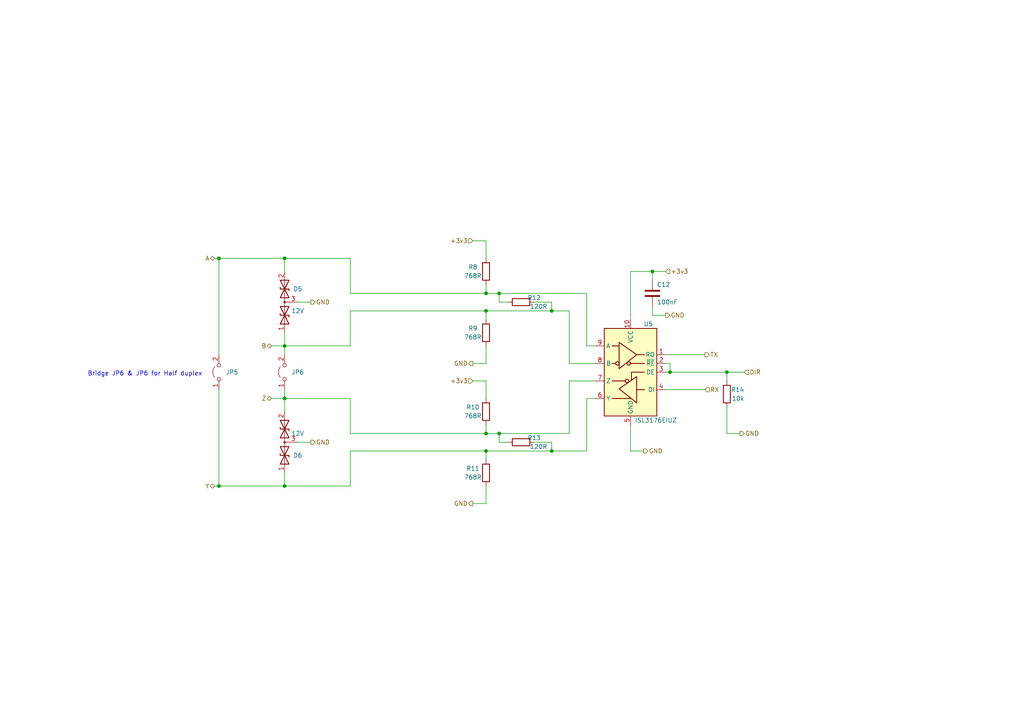
<source format=kicad_sch>
(kicad_sch (version 20230121) (generator eeschema)
  (paper "A4")
  (lib_symbols
    (symbol "Device:C" (pin_numbers hide) (pin_names (offset 0.254))
      (property "Reference" "C" (at 0.635 2.54 0))
      (property "Value" "C" (at 0.635 -2.54 0))
      (symbol "C_0_1"
        (polyline (pts (xy -2.032 -0.762) (xy 2.032 -0.762)) (stroke (width 0.508)))
        (polyline (pts (xy -2.032 0.762) (xy 2.032 0.762)) (stroke (width 0.508)))
      )
      (symbol "C_1_1"
        (pin passive line (at 0 3.81 270) (length 2.794) (name "~") (number "1"))
        (pin passive line (at 0 -3.81 90) (length 2.794) (name "~") (number "2"))
      )
    )
    (symbol "Device:D_TVS_Dual_AAC" (pin_names (offset 1.016) hide)
      (property "Reference" "D" (at 0 4.445 0))
      (property "Value" "D_TVS_Dual_AAC" (at 0 2.54 0))
      (symbol "D_TVS_Dual_AAC_0_0"
        (polyline (pts (xy 0 -1.27) (xy 0 0)))
      )
      (symbol "D_TVS_Dual_AAC_0_1"
        (polyline (pts (xy -6.35 0) (xy 6.35 0)))
        (polyline (pts (xy -3.302 1.27) (xy -3.81 1.27) (xy -3.81 -1.27) (xy -4.318 -1.27)) (stroke (width 0.254)))
        (polyline (pts (xy 4.318 1.27) (xy 3.81 1.27) (xy 3.81 -1.27) (xy 3.302 -1.27)) (stroke (width 0.254)))
        (polyline (pts (xy -6.35 1.27) (xy -1.27 -1.27) (xy -1.27 1.27) (xy -6.35 -1.27) (xy -6.35 1.27)) (stroke (width 0.254)))
        (polyline (pts (xy 6.35 1.27) (xy 1.27 -1.27) (xy 1.27 1.27) (xy 6.35 -1.27) (xy 6.35 1.27)) (stroke (width 0.254)))
        (circle (center 0 0) (radius 0.254) (fill (type outline)))
      )
      (symbol "D_TVS_Dual_AAC_1_1"
        (pin passive line (at -8.89 0 0) (length 2.54) (name "A1") (number "1"))
        (pin passive line (at 8.89 0 180) (length 2.54) (name "A2") (number "2"))
        (pin input line (at 0 -3.81 90) (length 2.54) (name "common") (number "3"))
      )
    )
    (symbol "Device:R" (pin_numbers hide) (pin_names (offset 0))
      (property "Reference" "R" (at 2.032 0 90))
      (property "Value" "R" (at 0 0 90))
      (symbol "R_0_1"
        (rectangle (start -1.016 -2.54) (end 1.016 2.54) (stroke (width 0.254)))
      )
      (symbol "R_1_1"
        (pin passive line (at 0 3.81 270) (length 1.27) (name "~") (number "1"))
        (pin passive line (at 0 -3.81 90) (length 1.27) (name "~") (number "2"))
      )
    )
    (symbol "Jumper:Jumper_2_Open" (pin_names (offset 0) hide)
      (property "Reference" "JP" (at 0 2.794 0))
      (property "Value" "Jumper_2_Open" (at 0 -2.286 0))
      (symbol "Jumper_2_Open_0_0"
        (circle (center -2.032 0) (radius 0.508))
        (circle (center 2.032 0) (radius 0.508))
      )
      (symbol "Jumper_2_Open_0_1"
        (arc (start 1.524 1.27) (mid 0 1.778) (end -1.524 1.27))
      )
      (symbol "Jumper_2_Open_1_1"
        (pin passive line (at -5.08 0 0) (length 2.54) (name "A") (number "1"))
        (pin passive line (at 5.08 0 180) (length 2.54) (name "B") (number "2"))
      )
    )
    (symbol "SensorAdapter:ISL3176EIUZ"
      (property "Reference" "U" (at 5.08 15.24 0))
      (property "Value" "ISL3176EIUZ" (at 8.89 -15.24 0))
      (symbol "ISL3176EIUZ_0_1"
        (rectangle (start -7.62 12.7) (end 7.62 -12.7) (stroke (width 0.254)) (fill (type background)))
        (polyline (pts (xy -4.064 2.54) (xy 0 2.54)) (stroke (width 0.254)))
        (polyline (pts (xy -1.778 -5.08) (xy -4.064 -5.08)) (stroke (width 0.254)))
        (polyline (pts (xy -1.778 5.08) (xy -4.064 5.08)) (stroke (width 0.254)))
        (polyline (pts (xy 0 -7.62) (xy 5.334 -7.62)) (stroke (width 0.254)))
        (polyline (pts (xy 1.524 -2.54) (xy 5.334 -2.54)) (stroke (width 0.254)))
        (polyline (pts (xy 3.302 7.62) (xy 5.334 7.62)) (stroke (width 0.254)))
        (polyline (pts (xy 4.318 2.54) (xy 5.334 2.54)) (stroke (width 0.254)))
        (polyline (pts (xy -4.064 0) (xy -0.254 0) (xy -0.254 -2.286)) (stroke (width 0.254)))
        (polyline (pts (xy -1.778 -5.08) (xy -1.778 -1.27) (xy 3.302 -4.826) (xy -1.778 -8.89) (xy -1.778 -5.08)) (stroke (width 0.254)))
        (circle (center 1.016 -2.54) (radius 0.508) (stroke (width 0.254)))
      )
      (symbol "ISL3176EIUZ_1_1"
        (polyline (pts (xy 3.302 4.826) (xy 3.302 8.636) (xy -1.778 5.08) (xy 3.302 1.016) (xy 3.302 4.826)) (stroke (width 0.254)))
        (circle (center 0.508 2.54) (radius 0.508) (stroke (width 0.254)))
        (circle (center 3.81 2.54) (radius 0.508) (stroke (width 0.254)))
        (pin output line (at -10.16 5.08 0) (length 2.54) (name "RO") (number "1"))
        (pin power_in line (at 0 15.24 270) (length 2.54) (name "VCC") (number "10"))
        (pin input line (at -10.16 2.54 0) (length 2.54) (name "~{RE}") (number "2"))
        (pin input line (at -10.16 0 0) (length 2.54) (name "DE") (number "3"))
        (pin input line (at -10.16 -5.08 0) (length 2.54) (name "DI") (number "4"))
        (pin power_in line (at 0 -15.24 90) (length 2.54) (name "GND") (number "5"))
        (pin output line (at 10.16 -7.62 180) (length 2.54) (name "Y") (number "6"))
        (pin output line (at 10.16 -2.54 180) (length 2.54) (name "Z") (number "7"))
        (pin input line (at 10.16 2.54 180) (length 2.54) (name "B") (number "8"))
        (pin input line (at 10.16 7.62 180) (length 2.54) (name "A") (number "9"))
      )
    )
  )
  (junction (at 82.55 74.93))
  (junction (at 63.5 74.93))
  (junction (at 140.97 130.81))
  (junction (at 160.02 90.17))
  (junction (at 82.55 140.97))
  (junction (at 140.97 85.09))
  (junction (at 210.82 107.95))
  (junction (at 140.97 90.17))
  (junction (at 63.5 140.97))
  (junction (at 194.31 107.95))
  (junction (at 82.55 100.33))
  (junction (at 144.78 125.73))
  (junction (at 144.78 85.09))
  (junction (at 140.97 125.73))
  (junction (at 160.02 130.81))
  (junction (at 82.55 115.57))
  (junction (at 189.23 78.74))
  (wire (pts (xy 140.97 90.17) (xy 160.02 90.17)))
  (wire (pts (xy 210.82 118.11) (xy 210.82 125.73)))
  (wire (pts (xy 140.97 90.17) (xy 140.97 92.71)))
  (wire (pts (xy 160.02 87.63) (xy 160.02 90.17)))
  (wire (pts (xy 63.5 74.93) (xy 82.55 74.93)))
  (wire (pts (xy 154.94 128.27) (xy 160.02 128.27)))
  (wire (pts (xy 82.55 140.97) (xy 101.6 140.97)))
  (wire (pts (xy 82.55 100.33) (xy 82.55 102.87)))
  (wire (pts (xy 144.78 85.09) (xy 144.78 87.63)))
  (wire (pts (xy 194.31 105.41) (xy 194.31 107.95)))
  (wire (pts (xy 140.97 130.81) (xy 140.97 133.35)))
  (wire (pts (xy 140.97 146.05) (xy 137.16 146.05)))
  (wire (pts (xy 140.97 130.81) (xy 160.02 130.81)))
  (wire (pts (xy 140.97 140.97) (xy 140.97 146.05)))
  (wire (pts (xy 101.6 85.09) (xy 140.97 85.09)))
  (wire (pts (xy 101.6 90.17) (xy 140.97 90.17)))
  (wire (pts (xy 140.97 85.09) (xy 144.78 85.09)))
  (wire (pts (xy 182.88 92.71) (xy 182.88 78.74)))
  (wire (pts (xy 140.97 85.09) (xy 140.97 82.55)))
  (wire (pts (xy 62.23 74.93) (xy 63.5 74.93)))
  (wire (pts (xy 78.74 115.57) (xy 82.55 115.57)))
  (wire (pts (xy 189.23 88.9) (xy 189.23 91.44)))
  (wire (pts (xy 182.88 130.81) (xy 186.69 130.81)))
  (wire (pts (xy 101.6 130.81) (xy 140.97 130.81)))
  (wire (pts (xy 154.94 87.63) (xy 160.02 87.63)))
  (wire (pts (xy 193.04 102.87) (xy 204.47 102.87)))
  (wire (pts (xy 210.82 107.95) (xy 210.82 110.49)))
  (wire (pts (xy 137.16 69.85) (xy 140.97 69.85)))
  (wire (pts (xy 160.02 90.17) (xy 165.1 90.17)))
  (wire (pts (xy 170.18 100.33) (xy 170.18 85.09)))
  (wire (pts (xy 189.23 91.44) (xy 193.04 91.44)))
  (wire (pts (xy 189.23 78.74) (xy 193.04 78.74)))
  (wire (pts (xy 63.5 140.97) (xy 82.55 140.97)))
  (wire (pts (xy 101.6 140.97) (xy 101.6 130.81)))
  (wire (pts (xy 172.72 100.33) (xy 170.18 100.33)))
  (wire (pts (xy 82.55 137.16) (xy 82.55 140.97)))
  (wire (pts (xy 101.6 100.33) (xy 101.6 90.17)))
  (wire (pts (xy 82.55 115.57) (xy 101.6 115.57)))
  (wire (pts (xy 101.6 115.57) (xy 101.6 125.73)))
  (wire (pts (xy 82.55 113.03) (xy 82.55 115.57)))
  (wire (pts (xy 82.55 78.74) (xy 82.55 74.93)))
  (wire (pts (xy 63.5 74.93) (xy 63.5 102.87)))
  (wire (pts (xy 82.55 74.93) (xy 101.6 74.93)))
  (wire (pts (xy 160.02 130.81) (xy 170.18 130.81)))
  (wire (pts (xy 140.97 100.33) (xy 140.97 105.41)))
  (wire (pts (xy 165.1 105.41) (xy 172.72 105.41)))
  (wire (pts (xy 86.36 87.63) (xy 90.17 87.63)))
  (wire (pts (xy 63.5 113.03) (xy 63.5 140.97)))
  (wire (pts (xy 147.32 87.63) (xy 144.78 87.63)))
  (wire (pts (xy 101.6 74.93) (xy 101.6 85.09)))
  (wire (pts (xy 194.31 107.95) (xy 210.82 107.95)))
  (wire (pts (xy 144.78 125.73) (xy 144.78 128.27)))
  (wire (pts (xy 182.88 78.74) (xy 189.23 78.74)))
  (wire (pts (xy 140.97 105.41) (xy 137.16 105.41)))
  (wire (pts (xy 210.82 107.95) (xy 215.9 107.95)))
  (wire (pts (xy 165.1 110.49) (xy 172.72 110.49)))
  (wire (pts (xy 101.6 125.73) (xy 140.97 125.73)))
  (wire (pts (xy 193.04 105.41) (xy 194.31 105.41)))
  (wire (pts (xy 165.1 125.73) (xy 165.1 110.49)))
  (wire (pts (xy 86.36 128.27) (xy 90.17 128.27)))
  (wire (pts (xy 144.78 125.73) (xy 165.1 125.73)))
  (wire (pts (xy 140.97 69.85) (xy 140.97 74.93)))
  (wire (pts (xy 82.55 96.52) (xy 82.55 100.33)))
  (wire (pts (xy 193.04 107.95) (xy 194.31 107.95)))
  (wire (pts (xy 82.55 119.38) (xy 82.55 115.57)))
  (wire (pts (xy 147.32 128.27) (xy 144.78 128.27)))
  (wire (pts (xy 144.78 85.09) (xy 170.18 85.09)))
  (wire (pts (xy 170.18 115.57) (xy 172.72 115.57)))
  (wire (pts (xy 137.16 110.49) (xy 140.97 110.49)))
  (wire (pts (xy 182.88 123.19) (xy 182.88 130.81)))
  (wire (pts (xy 78.74 100.33) (xy 82.55 100.33)))
  (wire (pts (xy 140.97 110.49) (xy 140.97 115.57)))
  (wire (pts (xy 210.82 125.73) (xy 214.63 125.73)))
  (wire (pts (xy 189.23 78.74) (xy 189.23 81.28)))
  (wire (pts (xy 165.1 90.17) (xy 165.1 105.41)))
  (wire (pts (xy 62.23 140.97) (xy 63.5 140.97)))
  (wire (pts (xy 140.97 125.73) (xy 140.97 123.19)))
  (wire (pts (xy 82.55 100.33) (xy 101.6 100.33)))
  (wire (pts (xy 140.97 125.73) (xy 144.78 125.73)))
  (wire (pts (xy 193.04 113.03) (xy 204.47 113.03)))
  (wire (pts (xy 170.18 115.57) (xy 170.18 130.81)))
  (wire (pts (xy 160.02 128.27) (xy 160.02 130.81)))
  (text "Bridge JP6 & JP6 for Half duplex" (at 25.4 109.22 0) (effects (font (size 1.27 1.27)) (justify left bottom)))
  (hierarchical_label "DIR" (shape input) (at 215.9 107.95 0))
  (hierarchical_label "GND" (shape output) (at 214.63 125.73 0))
  (hierarchical_label "Y" (shape bidirectional) (at 62.23 140.97 180))
  (hierarchical_label "+3v3" (shape input) (at 137.16 69.85 180))
  (hierarchical_label "RX" (shape input) (at 204.47 113.03 0))
  (hierarchical_label "+3v3" (shape input) (at 193.04 78.74 0))
  (hierarchical_label "GND" (shape output) (at 193.04 91.44 0))
  (hierarchical_label "+3v3" (shape input) (at 137.16 110.49 180))
  (hierarchical_label "GND" (shape output) (at 186.69 130.81 0))
  (hierarchical_label "B" (shape bidirectional) (at 78.74 100.33 180))
  (hierarchical_label "GND" (shape output) (at 137.16 146.05 180))
  (hierarchical_label "TX" (shape output) (at 204.47 102.87 0))
  (hierarchical_label "GND" (shape output) (at 90.17 128.27 0))
  (hierarchical_label "GND" (shape output) (at 90.17 87.63 0))
  (hierarchical_label "A" (shape bidirectional) (at 62.23 74.93 180))
  (hierarchical_label "GND" (shape output) (at 137.16 105.41 180))
  (hierarchical_label "Z" (shape bidirectional) (at 78.74 115.57 180))
  (symbol (lib_id "Device:R") (at 140.97 96.52 0) (mirror y) (unit 1)
    (property "Reference" "R9" (at 137.16 95.25 0))
    (property "Value" "768R" (at 137.16 97.79 0))
    (property "Footprint" "Resistor_SMD:R_0603_1608Metric" (effects hide))
    (instances (project "SensorConverter" (path "" (reference "R9") (unit 1))) (project "CMC-tron" (path "" (reference "R8") (unit 1))))
  )
  (symbol (lib_id "Device:R") (at 151.13 87.63 90) (mirror x) (unit 1)
    (property "Reference" "R12" (at 154.94 86.36 90))
    (property "Value" "120R" (at 156.21 88.9 90))
    (property "Footprint" "Resistor_SMD:R_0603_1608Metric" (effects hide))
    (instances (project "SensorConverter" (path "" (reference "R12") (unit 1))) (project "CMC-tron" (path "" (reference "R9") (unit 1))))
  )
  (symbol (lib_id "SensorAdapter:ISL3176EIUZ") (at 182.88 107.95 0) (mirror y) (unit 1)
    (property "Reference" "U5" (at 186.69 93.98 0) (effects (justify right)))
    (property "Value" "ISL3176EIUZ" (at 184.15 121.92 0) (effects (justify right)))
    (property "Footprint" "Package_SO:TSSOP-10_3x3mm_P0.5mm" (effects hide))
    (property "Datasheet" "https://www.renesas.com/en/document/dst/isl3170e-isl3171e-isl3172e-isl3173e-isl3174e-isl3175e-isl3176e-isl3177e-isl3178e-datasheet" (effects hide))
  )
  (symbol (lib_id "Jumper:Jumper_2_Open") (at 82.55 107.95 90) (unit 1) (in_bom no)
    (property "Reference" "JP6" (at 86.36 107.95 90))
    (property "Value" "Jumper_2_Open" (effects hide))
    (property "Footprint" "Jumper:SolderJumper-2_P1.3mm_Open_RoundedPad1.0x1.5mm" (effects hide))
  )
  (symbol (lib_id "Device:R") (at 140.97 119.38 0) (mirror y) (unit 1)
    (property "Reference" "R10" (at 137.16 118.11 0))
    (property "Value" "768R" (at 137.16 120.65 0))
    (property "Footprint" "Resistor_SMD:R_0603_1608Metric" (effects hide))
  )
  (symbol (lib_id "Jumper:Jumper_2_Open") (at 63.5 107.95 90) (unit 1) (in_bom no)
    (property "Reference" "JP5" (at 67.31 107.95 90))
    (property "Value" "Jumper_2_Open" (effects hide))
    (property "Footprint" "Jumper:SolderJumper-2_P1.3mm_Open_RoundedPad1.0x1.5mm" (effects hide))
  )
  (symbol (lib_id "Device:D_TVS_Dual_AAC") (at 82.55 128.27 90) (unit 1)
    (property "Reference" "D6" (at 86.36 132.08 90))
    (property "Value" "12V" (at 86.36 125.73 90))
    (property "Footprint" "Package_TO_SOT_SMD:SOT-323_SC-70" (effects hide))
    (property "Datasheet" "https://toshiba.semicon-storage.com/info/DF3D18FU_datasheet_en_20210625.pdf?did=29958&prodName=DF3D18FU" (effects hide))
    (property "MPN" "DF3D18FU,LF" (effects hide))
    (instances (project "SensorConverter" (path "" (reference "D6") (unit 1))) (project "CMC-tron" (path "" (reference "D3") (unit 1))))
  )
  (symbol (lib_id "Device:R") (at 210.82 114.3 180) (unit 1)
    (property "Reference" "R14" (at 215.9 113.03 0) (effects (justify left)))
    (property "Value" "10k" (at 215.9 115.57 0) (effects (justify left)))
    (property "Footprint" "Resistor_SMD:R_0402_1005Metric" (effects hide))
    (instances (project "SensorConverter" (path "" (reference "R14") (unit 1))) (project "CMC-tron" (path "" (reference "R20") (unit 1))))
  )
  (symbol (lib_id "Device:R") (at 140.97 78.74 0) (mirror y) (unit 1)
    (property "Reference" "R8" (at 137.16 77.47 0))
    (property "Value" "768R" (at 137.16 80.01 0))
    (property "Footprint" "Resistor_SMD:R_0603_1608Metric" (effects hide))
    (instances (project "SensorConverter" (path "" (reference "R8") (unit 1))) (project "CMC-tron" (path "" (reference "R7") (unit 1))))
  )
  (symbol (lib_id "Device:C") (at 189.23 85.09 0) (unit 1)
    (property "Reference" "C12" (at 190.5 82.55 0) (effects (justify left)))
    (property "Value" "100nF" (at 190.5 87.63 0) (effects (justify left)))
    (property "Footprint" "Capacitor_SMD:C_0402_1005Metric" (effects hide))
    (property "Voltage" "50V" (effects hide))
    (instances (project "SensorConverter" (path "" (reference "C12") (unit 1))) (project "CMC-tron" (path "" (reference "C3") (unit 1))))
  )
  (symbol (lib_id "Device:R") (at 140.97 137.16 0) (mirror y) (unit 1)
    (property "Reference" "R11" (at 137.16 135.89 0))
    (property "Value" "768R" (at 137.16 138.43 0))
    (property "Footprint" "Resistor_SMD:R_0603_1608Metric" (effects hide))
  )
  (symbol (lib_id "Device:D_TVS_Dual_AAC") (at 82.55 87.63 90) (unit 1)
    (property "Reference" "D5" (at 86.36 83.82 90))
    (property "Value" "12V" (at 86.36 90.17 90))
    (property "Footprint" "Package_TO_SOT_SMD:SOT-323_SC-70" (effects hide))
    (property "Datasheet" "https://toshiba.semicon-storage.com/info/DF3D18FU_datasheet_en_20210625.pdf?did=29958&prodName=DF3D18FU" (effects hide))
    (property "MPN" "DF3D18FU,LF" (effects hide))
    (instances (project "SensorConverter" (path "" (reference "D5") (unit 1))) (project "CMC-tron" (path "" (reference "D2") (unit 1))))
  )
  (symbol (lib_id "Device:R") (at 151.13 128.27 90) (mirror x) (unit 1)
    (property "Reference" "R13" (at 154.94 127 90))
    (property "Value" "120R" (at 156.21 129.54 90))
    (property "Footprint" "Resistor_SMD:R_0603_1608Metric" (effects hide))
    (instances (project "SensorConverter" (path "" (reference "R13") (unit 1))) (project "CMC-tron" (path "" (reference "R12") (unit 1))))
  )
)
</source>
